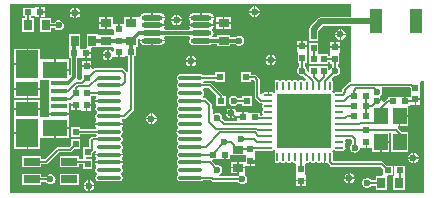
<source format=gtl>
%FSAX44Y44*%
%MOMM*%
G71*
G01*
G75*
G04 Layer_Physical_Order=1*
G04 Layer_Color=255*
%ADD10R,0.6000X0.5000*%
%ADD11R,0.5000X0.6000*%
%ADD12R,2.1000X1.4750*%
%ADD13R,1.3800X0.4500*%
%ADD14R,1.9000X1.1750*%
%ADD15R,1.9000X2.3750*%
%ADD16R,0.7000X0.9000*%
%ADD17R,0.9000X0.7000*%
%ADD18O,1.8000X0.4500*%
%ADD19O,2.1000X0.3500*%
%ADD20R,0.6000X0.6000*%
%ADD21R,1.1500X1.4000*%
%ADD22R,1.0000X2.0000*%
%ADD23R,1.4000X0.7000*%
%ADD24O,0.8000X0.2000*%
%ADD25O,0.2000X0.8000*%
%ADD26R,4.6000X4.6000*%
%ADD27C,0.2000*%
%ADD28C,0.3000*%
%ADD29C,0.5000*%
%ADD30C,0.6000*%
G36*
X00542500Y00414000D02*
X00542500Y00414000D01*
X00542500Y00414000D01*
Y00403283D01*
X00517251D01*
X00516272Y00403154D01*
X00516004Y00403044D01*
X00515359Y00402776D01*
X00514576Y00402175D01*
X00508075Y00395675D01*
X00507474Y00394891D01*
X00507207Y00394246D01*
X00507096Y00393979D01*
X00506968Y00393000D01*
Y00387250D01*
X00507000Y00387004D01*
Y00383000D01*
X00514500D01*
Y00387004D01*
X00514532Y00387250D01*
Y00391433D01*
X00518817Y00395718D01*
X00542500D01*
Y00349355D01*
X00542500Y00349355D01*
X00542500D01*
X00542500Y00349000D01*
X00541794Y00348294D01*
X00541500D01*
X00540768Y00348148D01*
X00540622Y00348119D01*
X00539878Y00347622D01*
X00535628Y00343372D01*
X00535131Y00342628D01*
X00534956Y00341750D01*
Y00340450D01*
X00534300Y00339794D01*
X00529500D01*
X00528622Y00339619D01*
X00527878Y00339122D01*
X00527878Y00339122D01*
Y00339122D01*
X00527781Y00338978D01*
X00527000Y00339500D01*
X00526478Y00340281D01*
X00526622Y00340378D01*
X00526622D01*
X00526622Y00340378D01*
X00527119Y00341122D01*
X00527294Y00342000D01*
Y00348000D01*
X00527119Y00348878D01*
X00526622Y00349622D01*
X00526103Y00349969D01*
X00526019Y00350827D01*
X00526192Y00351697D01*
X00528079Y00353585D01*
X00529000Y00353463D01*
X00530109Y00353609D01*
X00531143Y00354038D01*
X00532031Y00354719D01*
X00532712Y00355607D01*
X00533141Y00356641D01*
X00533287Y00357750D01*
X00533141Y00358859D01*
X00532712Y00359893D01*
X00532031Y00360781D01*
X00531143Y00361462D01*
X00531044Y00361503D01*
Y00363500D01*
X00532500D01*
Y00372000D01*
X00532500D01*
Y00373000D01*
X00532750Y00373250D01*
X00532750D01*
Y00377000D01*
X00524750D01*
Y00373250D01*
X00525000D01*
Y00372000D01*
X00525000D01*
Y00370044D01*
X00523250D01*
Y00372000D01*
X00515750D01*
Y00372000D01*
X00515561D01*
X00514500Y00373061D01*
Y00381500D01*
X00507000D01*
Y00373000D01*
X00507000D01*
X00507000Y00372000D01*
X00507000D01*
Y00363500D01*
X00514500D01*
Y00363500D01*
X00515750Y00363500D01*
Y00363500D01*
X00523250D01*
Y00365456D01*
X00525000D01*
Y00363500D01*
X00526456D01*
Y00361155D01*
X00525969Y00360781D01*
X00525288Y00359893D01*
X00524859Y00358859D01*
X00524747Y00358004D01*
X00523250Y00358102D01*
Y00362000D01*
X00515750D01*
Y00362000D01*
X00514845Y00362000D01*
X00514500D01*
Y00362000D01*
X00514500D01*
X00514500D01*
X00507000D01*
Y00356954D01*
X00506463Y00356732D01*
X00505273Y00357645D01*
X00505287Y00357750D01*
X00505141Y00358859D01*
X00504712Y00359893D01*
X00504031Y00360781D01*
X00503294Y00361347D01*
Y00364250D01*
X00504750D01*
Y00372750D01*
X00504750D01*
Y00373750D01*
X00505000Y00374000D01*
X00505000D01*
Y00377750D01*
X00497000D01*
Y00374000D01*
X00497250D01*
Y00372750D01*
X00497250D01*
Y00364250D01*
X00498706D01*
Y00361347D01*
X00497969Y00360781D01*
X00497288Y00359893D01*
X00496859Y00358859D01*
X00496713Y00357750D01*
X00496859Y00356641D01*
X00497288Y00355607D01*
X00497969Y00354719D01*
X00498857Y00354038D01*
X00499891Y00353609D01*
X00501000Y00353463D01*
X00501921Y00353585D01*
X00503808Y00351698D01*
X00503981Y00350827D01*
X00503897Y00349969D01*
X00503378Y00349622D01*
X00503250Y00349431D01*
X00501750D01*
X00501622Y00349622D01*
X00500878Y00350120D01*
X00500000Y00350294D01*
X00499122Y00350120D01*
X00498378Y00349622D01*
X00498250Y00349431D01*
X00496750D01*
X00496622Y00349622D01*
X00495878Y00350120D01*
X00495000Y00350294D01*
X00494122Y00350120D01*
X00493378Y00349622D01*
X00493250Y00349431D01*
X00491750D01*
X00491622Y00349622D01*
X00490878Y00350120D01*
X00490000Y00350294D01*
X00489122Y00350120D01*
X00488378Y00349622D01*
X00488250Y00349431D01*
X00486750D01*
X00486622Y00349622D01*
X00485878Y00350120D01*
X00485000Y00350294D01*
X00484122Y00350120D01*
X00483378Y00349622D01*
X00483250Y00349431D01*
X00481750D01*
X00481622Y00349622D01*
X00480878Y00350120D01*
X00480000Y00350294D01*
X00479122Y00350120D01*
X00478378Y00349622D01*
X00477881Y00348878D01*
X00477706Y00348000D01*
Y00342000D01*
X00477881Y00341122D01*
X00478378Y00340378D01*
X00478378Y00340378D01*
X00478378D01*
X00478000Y00339500D01*
X00478000D01*
X00477302Y00339302D01*
D01*
X00476475Y00339855D01*
X00475500Y00340049D01*
X00473250D01*
Y00337500D01*
X00471750D01*
Y00340049D01*
X00469500D01*
X00468525Y00339855D01*
X00467698Y00339302D01*
X00467145Y00338475D01*
X00467037Y00337932D01*
X00465544Y00338078D01*
Y00349750D01*
X00465398Y00350482D01*
X00465369Y00350628D01*
X00464872Y00351372D01*
X00462372Y00353872D01*
X00461628Y00354370D01*
X00460750Y00354544D01*
X00458000D01*
Y00356500D01*
X00449500D01*
Y00348000D01*
X00458000D01*
Y00349956D01*
X00459800D01*
X00460956Y00348800D01*
Y00335250D01*
X00461130Y00334372D01*
X00461628Y00333628D01*
X00464378Y00330878D01*
X00465122Y00330381D01*
X00466000Y00330206D01*
X00467011D01*
X00467718Y00328883D01*
X00467380Y00328378D01*
X00467206Y00327500D01*
X00467380Y00326622D01*
X00467878Y00325878D01*
X00468069Y00325750D01*
Y00324250D01*
X00467878Y00324122D01*
X00467380Y00323378D01*
X00467206Y00322500D01*
X00467380Y00321622D01*
X00467718Y00321117D01*
X00467011Y00319794D01*
X00465000D01*
Y00322250D01*
X00456500D01*
Y00322250D01*
X00455500D01*
X00455250Y00322500D01*
Y00322500D01*
X00451500D01*
Y00318500D01*
X00450000D01*
Y00322500D01*
X00446250D01*
Y00322500D01*
X00445440D01*
X00445384Y00322925D01*
X00444931Y00324019D01*
X00444209Y00324959D01*
X00443269Y00325681D01*
X00442175Y00326134D01*
X00441750Y00326190D01*
Y00321750D01*
Y00317310D01*
X00442175Y00317366D01*
X00443269Y00317819D01*
X00444209Y00318541D01*
X00444830Y00319349D01*
X00446250Y00318867D01*
Y00314794D01*
X00435700D01*
X00433415Y00317079D01*
X00433537Y00318000D01*
X00433391Y00319109D01*
X00432962Y00320143D01*
X00432281Y00321031D01*
X00431393Y00321712D01*
X00430359Y00322141D01*
X00429250Y00322287D01*
X00428140Y00322141D01*
X00427107Y00321712D01*
X00426546Y00321282D01*
X00425182Y00321906D01*
X00424794Y00328500D01*
X00424794Y00328500D01*
X00424794D01*
X00424619Y00329378D01*
X00424122Y00330122D01*
X00420372Y00333872D01*
X00419628Y00334370D01*
X00418750Y00334544D01*
X00417188D01*
X00416920Y00334750D01*
Y00336250D01*
X00417390Y00336610D01*
X00417870Y00337237D01*
X00418173Y00337967D01*
X00418276Y00338750D01*
X00418173Y00339533D01*
X00417870Y00340263D01*
X00417390Y00340890D01*
X00416920Y00341250D01*
Y00341895D01*
X00417981Y00342956D01*
X00421800D01*
X00427825Y00336931D01*
X00427750Y00336750D01*
X00427750D01*
X00427750Y00336750D01*
Y00328250D01*
X00436250D01*
Y00336750D01*
X00434145D01*
X00434119Y00336878D01*
X00433622Y00337622D01*
X00424372Y00346872D01*
X00423628Y00347369D01*
X00422750Y00347544D01*
X00417188D01*
X00416920Y00347750D01*
Y00348395D01*
X00417981Y00349456D01*
X00427500D01*
Y00348000D01*
X00436000D01*
Y00356500D01*
X00427500D01*
Y00354044D01*
X00417188D01*
X00416763Y00354370D01*
X00416033Y00354673D01*
X00415250Y00354776D01*
X00397750D01*
X00396967Y00354673D01*
X00396237Y00354370D01*
X00395610Y00353890D01*
X00395130Y00353263D01*
X00394827Y00352533D01*
X00394724Y00351750D01*
X00394827Y00350967D01*
X00395130Y00350237D01*
X00395610Y00349610D01*
X00396080Y00349250D01*
Y00347750D01*
X00395610Y00347390D01*
X00395130Y00346763D01*
X00394827Y00346033D01*
X00394724Y00345250D01*
X00394827Y00344467D01*
X00395130Y00343737D01*
X00395610Y00343110D01*
X00396080Y00342750D01*
X00396080Y00341250D01*
X00395610Y00340890D01*
X00395130Y00340263D01*
X00394827Y00339533D01*
X00394724Y00338750D01*
X00394827Y00337967D01*
X00395130Y00337237D01*
X00395610Y00336610D01*
X00396080Y00336250D01*
Y00334750D01*
X00395610Y00334390D01*
X00395130Y00333763D01*
X00394827Y00333033D01*
X00394724Y00332250D01*
X00394827Y00331467D01*
X00395130Y00330737D01*
X00395610Y00330110D01*
X00396080Y00329750D01*
X00396080Y00328250D01*
X00395610Y00327890D01*
X00395130Y00327263D01*
X00394827Y00326533D01*
X00394724Y00325750D01*
X00394827Y00324967D01*
X00395130Y00324237D01*
X00395610Y00323610D01*
X00396080Y00323250D01*
Y00321750D01*
X00395610Y00321390D01*
X00395130Y00320763D01*
X00394827Y00320033D01*
X00394724Y00319250D01*
X00394827Y00318467D01*
X00395130Y00317737D01*
X00395610Y00317110D01*
X00396080Y00316750D01*
X00396080Y00315250D01*
X00395610Y00314890D01*
X00395130Y00314263D01*
X00394827Y00313533D01*
X00394724Y00312750D01*
X00394827Y00311967D01*
X00395130Y00311237D01*
X00395610Y00310610D01*
X00395875Y00310408D01*
X00395875Y00308908D01*
X00395432Y00308568D01*
X00394911Y00307889D01*
X00394584Y00307098D01*
X00394571Y00307000D01*
X00406500D01*
Y00305500D01*
X00394571D01*
X00394584Y00305402D01*
X00394911Y00304611D01*
X00395432Y00303932D01*
X00395875Y00303592D01*
Y00302092D01*
X00395610Y00301890D01*
X00395130Y00301263D01*
X00394827Y00300533D01*
X00394724Y00299750D01*
X00394827Y00298967D01*
X00395130Y00298237D01*
X00395610Y00297610D01*
X00396080Y00297250D01*
Y00295750D01*
X00395610Y00295390D01*
X00395130Y00294763D01*
X00394827Y00294033D01*
X00394724Y00293250D01*
X00394827Y00292467D01*
X00395130Y00291737D01*
X00395610Y00291110D01*
X00396080Y00290750D01*
X00396080Y00289250D01*
X00395610Y00288890D01*
X00395130Y00288263D01*
X00394827Y00287533D01*
X00394724Y00286750D01*
X00394827Y00285967D01*
X00395130Y00285237D01*
X00395610Y00284610D01*
X00396080Y00284250D01*
Y00282750D01*
X00395610Y00282390D01*
X00395130Y00281763D01*
X00394827Y00281033D01*
X00394724Y00280250D01*
X00394827Y00279467D01*
X00395130Y00278737D01*
X00395610Y00278110D01*
X00396080Y00277750D01*
X00396080Y00276250D01*
X00395610Y00275890D01*
X00395130Y00275263D01*
X00394827Y00274533D01*
X00394724Y00273750D01*
X00394827Y00272967D01*
X00395130Y00272237D01*
X00395610Y00271610D01*
X00396080Y00271250D01*
Y00269750D01*
X00395610Y00269390D01*
X00395130Y00268763D01*
X00394827Y00268033D01*
X00394724Y00267250D01*
X00394827Y00266467D01*
X00395130Y00265737D01*
X00395610Y00265110D01*
X00396237Y00264629D01*
X00396967Y00264327D01*
X00397750Y00264224D01*
X00415250D01*
X00416033Y00264327D01*
X00416763Y00264629D01*
X00417188Y00264956D01*
X00423800D01*
X00424378Y00264378D01*
X00425122Y00263881D01*
X00426000Y00263706D01*
X00446903D01*
X00447469Y00262969D01*
X00448357Y00262288D01*
X00449390Y00261859D01*
X00450500Y00261713D01*
X00451609Y00261859D01*
X00452643Y00262288D01*
X00453531Y00262969D01*
X00454212Y00263857D01*
X00454641Y00264890D01*
X00454787Y00266000D01*
X00454641Y00267110D01*
X00454212Y00268143D01*
X00453531Y00269031D01*
X00452643Y00269712D01*
X00452482Y00270102D01*
X00452750Y00270750D01*
X00452750Y00272894D01*
X00452750Y00272894D01*
X00452750D01*
Y00275000D01*
X00447500D01*
Y00270384D01*
X00447858Y00269330D01*
X00447469Y00269031D01*
X00446903Y00268294D01*
X00431028D01*
X00430736Y00269765D01*
X00431393Y00270038D01*
X00432281Y00270719D01*
X00432962Y00271607D01*
X00433391Y00272640D01*
X00433537Y00273750D01*
X00433391Y00274860D01*
X00432962Y00275893D01*
X00432281Y00276781D01*
X00431393Y00277462D01*
X00430359Y00277891D01*
X00429250Y00278037D01*
X00428329Y00277915D01*
X00424630Y00281614D01*
X00425204Y00283000D01*
X00430000D01*
Y00283000D01*
X00431000D01*
X00431250Y00282750D01*
Y00282750D01*
X00435000D01*
Y00286750D01*
X00436500D01*
Y00282750D01*
X00440250D01*
Y00286000D01*
X00441000D01*
Y00286000D01*
X00452500D01*
Y00286000D01*
X00453250D01*
Y00285750D01*
D01*
D01*
Y00285750D01*
X00453250D01*
Y00281250D01*
X00452750Y00280750D01*
X00452189Y00280750D01*
X00452189Y00280750D01*
Y00280750D01*
X00447500D01*
Y00276500D01*
X00452750D01*
Y00276750D01*
X00452750D01*
X00453250D01*
X00453811Y00276750D01*
X00453811Y00276750D01*
Y00276750D01*
X00456500D01*
Y00281250D01*
X00457250D01*
Y00282000D01*
X00461250D01*
Y00285750D01*
X00461000D01*
Y00287000D01*
X00461000D01*
Y00290206D01*
X00475500D01*
X00476378Y00290381D01*
X00477122Y00290878D01*
X00477122Y00290878D01*
Y00290878D01*
X00477219Y00291022D01*
X00478000Y00290500D01*
X00478522Y00289719D01*
X00478378Y00289622D01*
X00478378D01*
X00478378Y00289622D01*
X00477881Y00288878D01*
X00477706Y00288000D01*
Y00282000D01*
X00477881Y00281122D01*
X00478378Y00280378D01*
X00479122Y00279881D01*
X00480000Y00279706D01*
X00480878Y00279881D01*
X00481622Y00280378D01*
X00481750Y00280569D01*
X00483250D01*
X00483378Y00280378D01*
X00484122Y00279881D01*
X00485000Y00279706D01*
X00485878Y00279881D01*
X00486622Y00280378D01*
X00486750Y00280569D01*
X00488250D01*
X00488378Y00280378D01*
X00489122Y00279881D01*
X00490000Y00279706D01*
X00490878Y00279881D01*
X00491622Y00280378D01*
X00491750Y00280569D01*
X00493250D01*
X00493378Y00280378D01*
X00494122Y00279881D01*
X00495000Y00279706D01*
X00495090Y00279724D01*
X00496250Y00278772D01*
Y00270500D01*
X00496250D01*
Y00269500D01*
X00496000Y00269250D01*
X00496000D01*
Y00265500D01*
X00504000D01*
Y00269250D01*
X00503750D01*
Y00270500D01*
X00503750D01*
Y00278772D01*
X00504910Y00279724D01*
X00505000Y00279706D01*
X00505878Y00279881D01*
X00506622Y00280378D01*
X00506750Y00280569D01*
X00508250D01*
X00508378Y00280378D01*
X00509122Y00279881D01*
X00510000Y00279706D01*
X00510878Y00279881D01*
X00511622Y00280378D01*
X00511750Y00280569D01*
X00513250D01*
X00513378Y00280378D01*
X00514122Y00279881D01*
X00515000Y00279706D01*
X00515878Y00279881D01*
X00516622Y00280378D01*
X00516622Y00280378D01*
Y00280378D01*
X00517645Y00281025D01*
X00517645Y00281024D01*
X00518198Y00280198D01*
X00519025Y00279645D01*
X00519250Y00279600D01*
Y00285000D01*
X00520750D01*
Y00279600D01*
X00520975Y00279645D01*
X00521487Y00279987D01*
X00522873Y00279413D01*
X00522881Y00279372D01*
X00523378Y00278628D01*
X00524878Y00277128D01*
X00525622Y00276630D01*
X00526500Y00276456D01*
X00567300D01*
X00569250Y00274506D01*
Y00269750D01*
X00569250D01*
Y00269561D01*
X00568189Y00268500D01*
X00563250D01*
Y00265044D01*
X00559597D01*
X00559031Y00265781D01*
X00558143Y00266462D01*
X00557109Y00266891D01*
X00556000Y00267037D01*
X00554891Y00266891D01*
X00553857Y00266462D01*
X00552969Y00265781D01*
X00552288Y00264893D01*
X00551859Y00263860D01*
X00551713Y00262750D01*
X00551859Y00261640D01*
X00552288Y00260607D01*
X00552969Y00259719D01*
X00553857Y00259038D01*
X00554891Y00258609D01*
X00556000Y00258463D01*
X00557109Y00258609D01*
X00558143Y00259038D01*
X00559031Y00259719D01*
X00559597Y00260456D01*
X00563250D01*
Y00257000D01*
X00572750D01*
Y00268500D01*
X00572750D01*
Y00268689D01*
X00573811Y00269750D01*
X00577750D01*
Y00277250D01*
X00572994D01*
X00569872Y00280372D01*
X00569128Y00280869D01*
X00568250Y00281044D01*
X00527450D01*
X00527294Y00281200D01*
Y00285000D01*
X00527294Y00285000D01*
Y00288000D01*
X00527119Y00288878D01*
X00526622Y00289622D01*
X00526622Y00289622D01*
X00526622D01*
X00526478Y00289719D01*
X00527000Y00290500D01*
X00527781Y00291022D01*
X00527878Y00290878D01*
Y00290878D01*
X00527878Y00290878D01*
X00528622Y00290381D01*
X00529500Y00290206D01*
X00535500D01*
X00536378Y00290381D01*
X00537122Y00290878D01*
X00537619Y00291622D01*
X00537794Y00292500D01*
X00537619Y00293378D01*
X00537122Y00294122D01*
X00536931Y00294250D01*
Y00295750D01*
X00537122Y00295878D01*
X00537619Y00296622D01*
X00537794Y00297500D01*
X00537619Y00298378D01*
X00537282Y00298883D01*
X00537989Y00300206D01*
X00542550D01*
X00543456Y00299300D01*
Y00296347D01*
X00542719Y00295781D01*
X00542038Y00294893D01*
X00541609Y00293860D01*
X00541463Y00292750D01*
X00541609Y00291640D01*
X00542038Y00290607D01*
X00542719Y00289719D01*
X00543607Y00289038D01*
X00544641Y00288609D01*
X00545750Y00288463D01*
X00546860Y00288609D01*
X00547893Y00289038D01*
X00548781Y00289719D01*
X00549462Y00290607D01*
X00549891Y00291640D01*
X00550037Y00292750D01*
X00551500Y00292750D01*
X00551500Y00292750D01*
X00551500Y00292750D01*
X00554750D01*
Y00297250D01*
X00556250D01*
Y00292750D01*
X00559189D01*
X00559189Y00292750D01*
Y00292750D01*
X00559500Y00292750D01*
X00560250Y00292000D01*
Y00288750D01*
X00566750D01*
Y00297250D01*
X00567500D01*
Y00298000D01*
X00574750D01*
Y00305206D01*
X00576500D01*
Y00289000D01*
X00590500D01*
Y00305500D01*
X00585538D01*
X00585122Y00306122D01*
X00582122Y00309122D01*
X00581834Y00309315D01*
X00582270Y00310750D01*
X00582750D01*
Y00319250D01*
X00583500D01*
Y00320000D01*
X00590750D01*
Y00326689D01*
X00590750Y00326689D01*
X00590750D01*
X00590750Y00327750D01*
X00590750Y00327750D01*
X00592750D01*
Y00329000D01*
X00592750D01*
X00593000D01*
X00593811Y00329000D01*
X00593811Y00329000D01*
Y00329000D01*
X00596250D01*
Y00333500D01*
X00597000D01*
Y00334250D01*
X00601000D01*
Y00338000D01*
X00600750D01*
Y00339250D01*
X00600750D01*
Y00347750D01*
X00600750D01*
Y00347939D01*
X00601811Y00349000D01*
X00604000D01*
Y00254000D01*
X00254000D01*
Y00414000D01*
X00542500D01*
Y00414000D01*
D02*
G37*
G36*
X00593250Y00342756D02*
Y00339250D01*
X00593250D01*
Y00338250D01*
X00593000Y00338000D01*
X00593000D01*
Y00336000D01*
X00592750Y00335750D01*
X00591939Y00335750D01*
X00591939Y00335750D01*
Y00335750D01*
X00589000D01*
Y00331750D01*
X00587500D01*
Y00335750D01*
X00583750D01*
Y00335500D01*
X00582500D01*
Y00335500D01*
X00574000D01*
Y00334044D01*
X00573500D01*
X00572622Y00333869D01*
X00571878Y00333372D01*
X00570159Y00331653D01*
X00568738Y00332135D01*
X00568634Y00332925D01*
X00568181Y00334019D01*
X00567459Y00334959D01*
X00567436Y00334977D01*
X00567288Y00335334D01*
Y00336591D01*
X00567781Y00336969D01*
X00568462Y00337857D01*
X00568891Y00338890D01*
X00569037Y00340000D01*
X00568891Y00341110D01*
X00568462Y00342143D01*
X00568296Y00342361D01*
X00568959Y00343706D01*
X00592300D01*
X00593250Y00342756D01*
D02*
G37*
%LPC*%
G36*
X00372750Y00321690D02*
X00372325Y00321634D01*
X00371231Y00321181D01*
X00370290Y00320459D01*
X00369569Y00319519D01*
X00369116Y00318425D01*
X00369060Y00318000D01*
X00372750D01*
Y00321690D01*
D02*
G37*
G36*
X00374250D02*
Y00318000D01*
X00377940D01*
X00377884Y00318425D01*
X00377431Y00319519D01*
X00376709Y00320459D01*
X00375769Y00321181D01*
X00374675Y00321634D01*
X00374250Y00321690D01*
D02*
G37*
G36*
X00322500Y00327750D02*
X00319250D01*
Y00324000D01*
X00322500D01*
Y00327750D01*
D02*
G37*
G36*
X00440250Y00326190D02*
X00439825Y00326134D01*
X00438731Y00325681D01*
X00437791Y00324959D01*
X00437069Y00324019D01*
X00436616Y00322925D01*
X00436560Y00322500D01*
X00440250D01*
Y00326190D01*
D02*
G37*
G36*
X00279500Y00324875D02*
X00257500D01*
Y00319311D01*
D01*
D01*
D01*
X00257500Y00319311D01*
X00257500D01*
X00257500Y00318250D01*
D01*
D01*
D01*
D01*
Y00318250D01*
X00257500Y00317189D01*
X00257500Y00317189D01*
X00257500D01*
D01*
D01*
D01*
Y00305625D01*
X00268500D01*
Y00304875D01*
X00269250D01*
Y00291500D01*
X00279500D01*
Y00300500D01*
X00279500Y00300500D01*
X00280561Y00300500D01*
X00280561Y00300500D01*
Y00300500D01*
X00290750D01*
Y00309375D01*
X00291500D01*
Y00310125D01*
X00303500D01*
Y00318250D01*
X00303500D01*
Y00320250D01*
X00286700D01*
Y00319311D01*
X00285639Y00318250D01*
X00279500Y00318250D01*
X00279500Y00319311D01*
X00279500Y00319311D01*
X00279500D01*
Y00324875D01*
D02*
G37*
G36*
X00440250Y00321000D02*
X00436560D01*
X00436616Y00320575D01*
X00437069Y00319481D01*
X00437791Y00318541D01*
X00438731Y00317819D01*
X00439825Y00317366D01*
X00440250Y00317310D01*
Y00321000D01*
D02*
G37*
G36*
X00349429Y00312000D02*
X00325571D01*
X00325584Y00311902D01*
X00325911Y00311111D01*
X00326432Y00310432D01*
X00326875Y00310092D01*
Y00309473D01*
X00326559Y00308544D01*
X00313000D01*
Y00309750D01*
X00305500D01*
Y00301250D01*
X00313000D01*
Y00303956D01*
X00326812D01*
X00327080Y00303750D01*
Y00303105D01*
X00326019Y00302044D01*
X00323750D01*
X00322872Y00301870D01*
X00322128Y00301372D01*
X00321128Y00300372D01*
X00320630Y00299628D01*
X00320456Y00298750D01*
Y00293000D01*
X00315750D01*
Y00284500D01*
X00315750D01*
Y00284105D01*
X00314689Y00283044D01*
X00312250D01*
Y00285500D01*
X00295750D01*
Y00276000D01*
X00312250D01*
Y00278456D01*
X00315750D01*
Y00274500D01*
X00323250D01*
Y00283000D01*
X00318801D01*
X00317794Y00284111D01*
X00317832Y00284500D01*
X00323250D01*
Y00287756D01*
X00324372Y00288878D01*
X00324704Y00289375D01*
X00324869Y00289622D01*
X00325044Y00290500D01*
Y00290818D01*
X00325655Y00291026D01*
X00326875Y00290152D01*
Y00289408D01*
X00326432Y00289068D01*
X00325911Y00288389D01*
X00325584Y00287598D01*
X00325571Y00287500D01*
X00349429D01*
X00349416Y00287598D01*
X00349089Y00288389D01*
X00348568Y00289068D01*
X00348125Y00289408D01*
Y00290908D01*
X00348390Y00291110D01*
X00348871Y00291737D01*
X00349173Y00292467D01*
X00349276Y00293250D01*
X00349173Y00294033D01*
X00348871Y00294763D01*
X00348390Y00295390D01*
X00347920Y00295750D01*
Y00297250D01*
X00348390Y00297610D01*
X00348871Y00298237D01*
X00349173Y00298967D01*
X00349276Y00299750D01*
X00349173Y00300533D01*
X00348871Y00301263D01*
X00348390Y00301890D01*
X00347920Y00302250D01*
X00347920Y00303750D01*
X00348390Y00304110D01*
X00348871Y00304737D01*
X00349173Y00305467D01*
X00349276Y00306250D01*
X00349173Y00307033D01*
X00348871Y00307763D01*
X00348390Y00308390D01*
X00348125Y00308592D01*
X00348125Y00310092D01*
X00348568Y00310432D01*
X00349089Y00311111D01*
X00349416Y00311902D01*
X00349429Y00312000D01*
D02*
G37*
G36*
X00303500Y00308625D02*
X00292250D01*
Y00300500D01*
X00303500D01*
Y00308625D01*
D02*
G37*
G36*
X00590750Y00318500D02*
X00584250D01*
Y00310750D01*
X00590750D01*
Y00318500D01*
D02*
G37*
G36*
X00377940Y00316500D02*
X00374250D01*
Y00312810D01*
X00374675Y00312866D01*
X00375769Y00313319D01*
X00376709Y00314041D01*
X00377431Y00314981D01*
X00377884Y00316075D01*
X00377940Y00316500D01*
D02*
G37*
G36*
X00372750D02*
X00369060D01*
X00369116Y00316075D01*
X00369569Y00314981D01*
X00370290Y00314041D01*
X00371231Y00313319D01*
X00372325Y00312866D01*
X00372750Y00312810D01*
Y00316500D01*
D02*
G37*
G36*
X00303500Y00367500D02*
X00292250D01*
Y00359375D01*
X00303500D01*
Y00367500D01*
D02*
G37*
G36*
X00267750Y00341625D02*
X00257500D01*
Y00335000D01*
X00267750D01*
Y00341625D01*
D02*
G37*
G36*
X00406250Y00365250D02*
X00402560D01*
X00402616Y00364825D01*
X00403069Y00363731D01*
X00403791Y00362791D01*
X00404731Y00362069D01*
X00405825Y00361616D01*
X00406250Y00361560D01*
Y00365250D01*
D02*
G37*
G36*
X00473750Y00366000D02*
X00470060D01*
X00470116Y00365575D01*
X00470569Y00364481D01*
X00471291Y00363540D01*
X00472231Y00362819D01*
X00473325Y00362366D01*
X00473750Y00362310D01*
Y00366000D01*
D02*
G37*
G36*
X00411440Y00365250D02*
X00407750D01*
Y00361560D01*
X00408175Y00361616D01*
X00409269Y00362069D01*
X00410209Y00362791D01*
X00410931Y00363731D01*
X00411384Y00364825D01*
X00411440Y00365250D01*
D02*
G37*
G36*
X00279500Y00341625D02*
X00269250D01*
Y00335000D01*
X00279500D01*
Y00335000D01*
Y00341625D01*
D02*
G37*
G36*
X00267750Y00333000D02*
X00257500D01*
Y00326375D01*
X00267750D01*
Y00333000D01*
D02*
G37*
G36*
X00309000Y00328250D02*
X00305437D01*
X00305750Y00326678D01*
Y00324500D01*
X00309000D01*
Y00328250D01*
D02*
G37*
G36*
X00279500Y00333000D02*
X00269250D01*
Y00326375D01*
X00279500D01*
Y00333000D01*
D02*
G37*
G36*
X00458250Y00336750D02*
X00449750D01*
Y00334544D01*
X00446597D01*
X00446031Y00335281D01*
X00445143Y00335962D01*
X00444109Y00336391D01*
X00443000Y00336537D01*
X00441890Y00336391D01*
X00440857Y00335962D01*
X00439969Y00335281D01*
X00439288Y00334393D01*
X00438859Y00333359D01*
X00438713Y00332250D01*
X00438859Y00331141D01*
X00439288Y00330107D01*
X00439969Y00329219D01*
X00440857Y00328538D01*
X00441890Y00328109D01*
X00443000Y00327963D01*
X00444109Y00328109D01*
X00445143Y00328538D01*
X00446031Y00329219D01*
X00446597Y00329956D01*
X00449750D01*
Y00328250D01*
X00458250D01*
Y00336750D01*
D02*
G37*
G36*
X00601000Y00332750D02*
X00597750D01*
Y00329000D01*
X00601000D01*
Y00332750D01*
D02*
G37*
G36*
X00267750Y00304125D02*
X00257500D01*
Y00291500D01*
X00267750D01*
Y00304125D01*
D02*
G37*
G36*
X00280250Y00270500D02*
X00263750D01*
Y00261000D01*
X00280250D01*
Y00263456D01*
X00284595D01*
X00284969Y00262969D01*
X00285857Y00262288D01*
X00286891Y00261859D01*
X00288000Y00261713D01*
X00289109Y00261859D01*
X00290143Y00262288D01*
X00291031Y00262969D01*
X00291712Y00263857D01*
X00292141Y00264890D01*
X00292287Y00266000D01*
X00292141Y00267110D01*
X00291712Y00268143D01*
X00291031Y00269031D01*
X00290143Y00269712D01*
X00289109Y00270141D01*
X00288000Y00270287D01*
X00286891Y00270141D01*
X00285857Y00269712D01*
X00284969Y00269031D01*
X00284288Y00268143D01*
X00284247Y00268044D01*
X00280250D01*
Y00270500D01*
D02*
G37*
G36*
X00321250Y00264940D02*
Y00261250D01*
X00324940D01*
X00324884Y00261675D01*
X00324431Y00262769D01*
X00323709Y00263710D01*
X00322769Y00264431D01*
X00321675Y00264884D01*
X00321250Y00264940D01*
D02*
G37*
G36*
X00319750D02*
X00319325Y00264884D01*
X00318231Y00264431D01*
X00317291Y00263710D01*
X00316569Y00262769D01*
X00316116Y00261675D01*
X00316060Y00261250D01*
X00319750D01*
Y00264940D01*
D02*
G37*
G36*
X00349429Y00279500D02*
X00325571D01*
X00325584Y00279402D01*
X00325911Y00278611D01*
X00326432Y00277932D01*
X00326875Y00277593D01*
Y00276092D01*
X00326610Y00275890D01*
X00326129Y00275263D01*
X00325827Y00274533D01*
X00325724Y00273750D01*
X00325827Y00272967D01*
X00326129Y00272237D01*
X00326610Y00271610D01*
X00327080Y00271250D01*
Y00269750D01*
X00326610Y00269390D01*
X00326129Y00268763D01*
X00325827Y00268033D01*
X00325724Y00267250D01*
X00325827Y00266467D01*
X00326129Y00265737D01*
X00326610Y00265110D01*
X00327237Y00264629D01*
X00327967Y00264327D01*
X00328750Y00264224D01*
X00346250D01*
X00347033Y00264327D01*
X00347763Y00264629D01*
X00348390Y00265110D01*
X00348871Y00265737D01*
X00349173Y00266467D01*
X00349276Y00267250D01*
X00349173Y00268033D01*
X00348871Y00268763D01*
X00348390Y00269390D01*
X00347920Y00269750D01*
Y00271250D01*
X00348390Y00271610D01*
X00348871Y00272237D01*
X00349173Y00272967D01*
X00349276Y00273750D01*
X00349173Y00274533D01*
X00348871Y00275263D01*
X00348390Y00275890D01*
X00348125Y00276092D01*
Y00277593D01*
X00348568Y00277932D01*
X00349089Y00278611D01*
X00349416Y00279402D01*
X00349429Y00279500D01*
D02*
G37*
G36*
X00545440Y00266000D02*
X00541750D01*
Y00262310D01*
X00542175Y00262366D01*
X00543269Y00262819D01*
X00544210Y00263541D01*
X00544931Y00264481D01*
X00545384Y00265575D01*
X00545440Y00266000D01*
D02*
G37*
G36*
X00540250D02*
X00536560D01*
X00536616Y00265575D01*
X00537069Y00264481D01*
X00537791Y00263541D01*
X00538731Y00262819D01*
X00539825Y00262366D01*
X00540250Y00262310D01*
Y00266000D01*
D02*
G37*
G36*
X00587750Y00277250D02*
X00579250D01*
Y00269750D01*
X00579250D01*
Y00269500D01*
X00578250Y00268500D01*
X00578250D01*
Y00257000D01*
X00587750D01*
Y00268500D01*
X00587750D01*
Y00269750D01*
X00587750Y00269750D01*
Y00269750D01*
Y00277250D01*
D02*
G37*
G36*
X00324940Y00259750D02*
X00321250D01*
Y00256060D01*
X00321675Y00256116D01*
X00322769Y00256569D01*
X00323709Y00257291D01*
X00324431Y00258231D01*
X00324884Y00259325D01*
X00324940Y00259750D01*
D02*
G37*
G36*
X00319750D02*
X00316060D01*
X00316116Y00259325D01*
X00316569Y00258231D01*
X00317291Y00257291D01*
X00318231Y00256569D01*
X00319325Y00256116D01*
X00319750Y00256060D01*
Y00259750D01*
D02*
G37*
G36*
X00312250Y00270500D02*
X00295750D01*
Y00261000D01*
X00312250D01*
Y00270500D01*
D02*
G37*
G36*
X00504000Y00264000D02*
X00500750D01*
Y00260250D01*
X00504000D01*
Y00264000D01*
D02*
G37*
G36*
X00499250D02*
X00496000D01*
Y00260250D01*
X00499250D01*
Y00264000D01*
D02*
G37*
G36*
X00313000Y00299750D02*
X00305500D01*
Y00294994D01*
X00303800Y00293294D01*
X00294250D01*
X00293372Y00293120D01*
X00292628Y00292622D01*
X00283050Y00283044D01*
X00280250D01*
Y00285500D01*
X00263750D01*
Y00276000D01*
X00280250D01*
Y00278456D01*
X00284000D01*
X00284878Y00278631D01*
X00285622Y00279128D01*
X00295200Y00288706D01*
X00304750D01*
X00305628Y00288881D01*
X00306372Y00289378D01*
X00308244Y00291250D01*
X00313000D01*
Y00299750D01*
D02*
G37*
G36*
X00349429Y00286000D02*
X00325571D01*
X00325584Y00285902D01*
X00325911Y00285111D01*
X00326432Y00284432D01*
X00326669Y00284250D01*
Y00282750D01*
X00326432Y00282568D01*
X00325911Y00281889D01*
X00325584Y00281098D01*
X00325571Y00281000D01*
X00349429D01*
X00349416Y00281098D01*
X00349089Y00281889D01*
X00348568Y00282568D01*
X00348331Y00282750D01*
Y00284250D01*
X00348568Y00284432D01*
X00349089Y00285111D01*
X00349416Y00285902D01*
X00349429Y00286000D01*
D02*
G37*
G36*
X00599690Y00283250D02*
X00596000D01*
Y00279560D01*
X00596425Y00279616D01*
X00597519Y00280069D01*
X00598459Y00280791D01*
X00599181Y00281731D01*
X00599634Y00282825D01*
X00599690Y00283250D01*
D02*
G37*
G36*
X00574750Y00296500D02*
X00568250D01*
Y00288750D01*
X00574750D01*
Y00296500D01*
D02*
G37*
G36*
X00596000Y00288440D02*
Y00284750D01*
X00599690D01*
X00599634Y00285175D01*
X00599181Y00286269D01*
X00598459Y00287209D01*
X00597519Y00287931D01*
X00596425Y00288384D01*
X00596000Y00288440D01*
D02*
G37*
G36*
X00594500D02*
X00594075Y00288384D01*
X00592981Y00287931D01*
X00592040Y00287209D01*
X00591319Y00286269D01*
X00590866Y00285175D01*
X00590810Y00284750D01*
X00594500D01*
Y00288440D01*
D02*
G37*
G36*
X00446000Y00275000D02*
X00440750D01*
Y00270750D01*
X00446000D01*
Y00275000D01*
D02*
G37*
G36*
X00541750Y00271190D02*
Y00267500D01*
X00545440D01*
X00545384Y00267925D01*
X00544931Y00269019D01*
X00544210Y00269960D01*
X00543269Y00270681D01*
X00542175Y00271134D01*
X00541750Y00271190D01*
D02*
G37*
G36*
X00540250D02*
X00539825Y00271134D01*
X00538731Y00270681D01*
X00537791Y00269960D01*
X00537069Y00269019D01*
X00536616Y00267925D01*
X00536560Y00267500D01*
X00540250D01*
Y00271190D01*
D02*
G37*
G36*
X00594500Y00283250D02*
X00590810D01*
X00590866Y00282825D01*
X00591319Y00281731D01*
X00592040Y00280791D01*
X00592981Y00280069D01*
X00594075Y00279616D01*
X00594500Y00279560D01*
Y00283250D01*
D02*
G37*
G36*
X00461250Y00280500D02*
X00458000D01*
Y00276750D01*
X00461250D01*
Y00280500D01*
D02*
G37*
G36*
X00446000Y00280750D02*
X00440750D01*
Y00276500D01*
X00446000D01*
Y00280750D01*
D02*
G37*
G36*
X00395500Y00405190D02*
Y00401500D01*
X00399190D01*
X00399134Y00401925D01*
X00398681Y00403019D01*
X00397960Y00403959D01*
X00397019Y00404681D01*
X00395925Y00405134D01*
X00395500Y00405190D01*
D02*
G37*
G36*
X00394000D02*
X00393575Y00405134D01*
X00392481Y00404681D01*
X00391541Y00403959D01*
X00390819Y00403019D01*
X00390366Y00401925D01*
X00390310Y00401500D01*
X00394000D01*
Y00405190D01*
D02*
G37*
G36*
X00440500Y00403250D02*
X00435250D01*
Y00399000D01*
X00440500D01*
Y00403250D01*
D02*
G37*
G36*
X00373500Y00406532D02*
X00367500D01*
X00366521Y00406404D01*
X00365609Y00406026D01*
X00364826Y00405424D01*
X00364224Y00404641D01*
X00363847Y00403729D01*
X00363751Y00403000D01*
X00363747D01*
D01*
X00362250D01*
Y00403000D01*
Y00403000D01*
D01*
D01*
D01*
D01*
X00362213D01*
Y00403000D01*
X00357000D01*
Y00398000D01*
X00355500D01*
Y00403000D01*
X00350250D01*
Y00398000D01*
X00349750Y00397500D01*
X00349189Y00397500D01*
X00349189Y00397500D01*
Y00397500D01*
X00346500D01*
Y00393000D01*
X00345000D01*
Y00397500D01*
X00342061D01*
X00342061Y00397500D01*
Y00397500D01*
X00341750Y00397500D01*
X00341000Y00398250D01*
Y00403000D01*
X00335750D01*
Y00398000D01*
Y00393000D01*
X00340689D01*
X00340689Y00393000D01*
Y00393000D01*
X00341000Y00393000D01*
X00341750Y00392250D01*
Y00388500D01*
X00341750D01*
Y00387750D01*
X00340750D01*
D01*
D01*
X00340750D01*
Y00387750D01*
X00329250D01*
D01*
X00329250D01*
X00328250Y00388750D01*
Y00389000D01*
X00318750D01*
Y00377561D01*
X00318750Y00377561D01*
X00318750D01*
X00318750Y00377500D01*
X00317750Y00376500D01*
X00313500D01*
Y00376500D01*
X00313250D01*
Y00377500D01*
D01*
D01*
Y00377500D01*
X00313250D01*
Y00389000D01*
X00303750D01*
Y00377500D01*
X00303750D01*
X00303750Y00376250D01*
X00303750D01*
Y00368750D01*
X00305226D01*
Y00354267D01*
X00303979Y00353434D01*
X00303500Y00353633D01*
Y00357875D01*
X00291500D01*
Y00358625D01*
X00290750D01*
Y00367500D01*
X00280561D01*
D01*
D01*
D01*
X00280561Y00367500D01*
Y00367500D01*
X00279500Y00367500D01*
D01*
X00279500D01*
Y00376500D01*
X00269250D01*
Y00363125D01*
X00268500D01*
Y00362375D01*
X00257500D01*
Y00350811D01*
X00257500Y00350811D01*
X00257500D01*
X00257500Y00349750D01*
Y00349750D01*
Y00349750D01*
X00257500Y00348689D01*
X00257500Y00348689D01*
X00257500D01*
Y00343125D01*
X00279500D01*
Y00349750D01*
D01*
X00280561Y00349750D01*
X00280561Y00349750D01*
Y00349750D01*
X00286950D01*
Y00343500D01*
Y00337000D01*
Y00330500D01*
Y00324750D01*
X00286700D01*
Y00321750D01*
X00303500D01*
Y00324750D01*
X00303250D01*
Y00330500D01*
Y00331706D01*
X00304750D01*
X00305139Y00329750D01*
X00309750D01*
Y00329000D01*
X00310500D01*
Y00324500D01*
X00313439D01*
X00313439Y00324500D01*
Y00324500D01*
X00313750Y00324500D01*
X00314500Y00324000D01*
X00314811Y00324000D01*
X00314811Y00324000D01*
Y00324000D01*
X00317750D01*
Y00328500D01*
X00318500D01*
Y00329250D01*
X00322500D01*
Y00333000D01*
X00322250D01*
Y00334250D01*
X00322250D01*
Y00336456D01*
X00326559D01*
X00326875Y00335527D01*
Y00334908D01*
X00326432Y00334568D01*
X00325911Y00333889D01*
X00325584Y00333098D01*
X00325571Y00333000D01*
X00337500D01*
Y00331500D01*
X00325571D01*
X00325584Y00331402D01*
X00325911Y00330611D01*
X00326432Y00329932D01*
X00326875Y00329593D01*
Y00328092D01*
X00326610Y00327890D01*
X00326129Y00327263D01*
X00325827Y00326533D01*
X00325724Y00325750D01*
X00325827Y00324967D01*
X00326129Y00324237D01*
X00326610Y00323610D01*
X00327080Y00323250D01*
Y00321750D01*
X00326610Y00321390D01*
X00326129Y00320763D01*
X00325827Y00320033D01*
X00325724Y00319250D01*
X00325827Y00318467D01*
X00326129Y00317737D01*
X00326610Y00317110D01*
X00326875Y00316908D01*
Y00315408D01*
X00326432Y00315068D01*
X00325911Y00314389D01*
X00325584Y00313598D01*
X00325571Y00313500D01*
X00349429D01*
X00349416Y00313598D01*
X00349089Y00314389D01*
X00348568Y00315068D01*
X00348125Y00315408D01*
Y00316027D01*
X00348441Y00316956D01*
X00350250D01*
X00351128Y00317131D01*
X00351872Y00317628D01*
X00357872Y00323628D01*
X00358369Y00324372D01*
X00358544Y00325250D01*
Y00370000D01*
X00360500D01*
Y00377500D01*
D01*
Y00377500D01*
X00361250Y00378250D01*
X00362000D01*
Y00384666D01*
X00363323Y00385373D01*
X00364104Y00384851D01*
X00363847Y00384229D01*
X00363816Y00384000D01*
X00384684D01*
X00384654Y00384229D01*
X00384276Y00385141D01*
X00383900Y00385631D01*
X00384563Y00386976D01*
X00405560D01*
X00406097Y00386276D01*
X00406415Y00385631D01*
X00405943Y00385015D01*
X00405590Y00384164D01*
X00405470Y00383250D01*
X00405590Y00382336D01*
X00405943Y00381485D01*
X00406504Y00380754D01*
X00407235Y00380193D01*
X00408086Y00379840D01*
X00409000Y00379720D01*
X00422500D01*
X00423414Y00379840D01*
X00424265Y00380193D01*
X00424635Y00380476D01*
X00428750D01*
Y00378500D01*
X00440250D01*
Y00380476D01*
X00444521D01*
X00444719Y00380219D01*
X00445607Y00379538D01*
X00446641Y00379109D01*
X00447750Y00378963D01*
X00448859Y00379109D01*
X00449893Y00379538D01*
X00450781Y00380219D01*
X00451462Y00381107D01*
X00451891Y00382141D01*
X00452037Y00383250D01*
X00451891Y00384360D01*
X00451462Y00385393D01*
X00450781Y00386281D01*
X00449893Y00386962D01*
X00448859Y00387391D01*
X00447750Y00387537D01*
X00446641Y00387391D01*
X00445607Y00386962D01*
X00444719Y00386281D01*
X00444521Y00386024D01*
X00440250D01*
Y00388000D01*
X00428750D01*
Y00386024D01*
X00425940D01*
X00425403Y00386724D01*
X00425085Y00387369D01*
X00425557Y00387985D01*
X00425910Y00388836D01*
X00426030Y00389750D01*
X00425910Y00390664D01*
X00425557Y00391515D01*
X00424996Y00392246D01*
D01*
D01*
D01*
X00424996Y00392246D01*
X00424996D01*
X00424391Y00392974D01*
X00425174Y00393576D01*
X00425776Y00394359D01*
X00426153Y00395271D01*
X00426184Y00395500D01*
X00405316D01*
X00405346Y00395271D01*
X00405724Y00394359D01*
X00406100Y00393869D01*
X00405437Y00392524D01*
X00384563D01*
X00383900Y00393869D01*
X00384276Y00394359D01*
X00384654Y00395271D01*
X00384684Y00395500D01*
X00374250D01*
Y00397000D01*
X00384684D01*
X00384654Y00397229D01*
X00384276Y00398141D01*
X00383675Y00398924D01*
Y00400075D01*
X00384276Y00400859D01*
X00384654Y00401771D01*
X00384684Y00402000D01*
X00374250D01*
Y00402750D01*
X00373500D01*
Y00406532D01*
D02*
G37*
G36*
X00313190Y00406000D02*
X00309500D01*
Y00402310D01*
X00309925Y00402366D01*
X00311019Y00402819D01*
X00311959Y00403541D01*
X00312681Y00404481D01*
X00313134Y00405575D01*
X00313190Y00406000D01*
D02*
G37*
G36*
X00308000D02*
X00304310D01*
X00304366Y00405575D01*
X00304819Y00404481D01*
X00305541Y00403541D01*
X00306481Y00402819D01*
X00307575Y00402366D01*
X00308000Y00402310D01*
Y00406000D01*
D02*
G37*
G36*
X00399190Y00400000D02*
X00395500D01*
Y00396310D01*
X00395925Y00396366D01*
X00397019Y00396819D01*
X00397960Y00397541D01*
X00398681Y00398481D01*
X00399134Y00399575D01*
X00399190Y00400000D01*
D02*
G37*
G36*
X00394000D02*
X00390310D01*
X00390366Y00399575D01*
X00390819Y00398481D01*
X00391541Y00397541D01*
X00392481Y00396819D01*
X00393575Y00396366D01*
X00394000Y00396310D01*
Y00400000D01*
D02*
G37*
G36*
X00440500Y00397500D02*
X00435250D01*
Y00393250D01*
X00440500D01*
Y00397500D01*
D02*
G37*
G36*
X00433750Y00403250D02*
X00428500D01*
Y00399000D01*
X00433750D01*
Y00403250D01*
D02*
G37*
G36*
X00334250Y00403000D02*
X00329000D01*
Y00398750D01*
X00334250D01*
Y00403000D01*
D02*
G37*
G36*
X00426184Y00402000D02*
X00405316D01*
X00405346Y00401771D01*
X00405724Y00400859D01*
X00406325Y00400075D01*
Y00398924D01*
X00405724Y00398141D01*
X00405346Y00397229D01*
X00405316Y00397000D01*
X00426184D01*
X00426153Y00397229D01*
X00425776Y00398141D01*
X00425174Y00398924D01*
Y00400075D01*
X00425776Y00400859D01*
X00426153Y00401771D01*
X00426184Y00402000D01*
D02*
G37*
G36*
X00309500Y00411190D02*
Y00407500D01*
X00313190D01*
X00313134Y00407925D01*
X00312681Y00409019D01*
X00311959Y00409959D01*
X00311019Y00410681D01*
X00309925Y00411134D01*
X00309500Y00411190D01*
D02*
G37*
G36*
X00308000D02*
X00307575Y00411134D01*
X00306481Y00410681D01*
X00305541Y00409959D01*
X00304819Y00409019D01*
X00304366Y00407925D01*
X00304310Y00407500D01*
X00308000D01*
Y00411190D01*
D02*
G37*
G36*
X00422500Y00406532D02*
X00416500D01*
Y00403500D01*
X00426184D01*
X00426153Y00403729D01*
X00425776Y00404641D01*
X00425174Y00405424D01*
X00424391Y00406026D01*
X00423479Y00406404D01*
X00422500Y00406532D01*
D02*
G37*
G36*
X00461500Y00412190D02*
Y00408500D01*
X00465190D01*
X00465134Y00408925D01*
X00464681Y00410019D01*
X00463959Y00410960D01*
X00463019Y00411681D01*
X00461925Y00412134D01*
X00461500Y00412190D01*
D02*
G37*
G36*
X00460000D02*
X00459575Y00412134D01*
X00458481Y00411681D01*
X00457541Y00410960D01*
X00456819Y00410019D01*
X00456366Y00408925D01*
X00456310Y00408500D01*
X00460000D01*
Y00412190D01*
D02*
G37*
G36*
X00283750Y00411500D02*
X00280000D01*
Y00408250D01*
X00283750D01*
Y00411500D01*
D02*
G37*
G36*
X00278500D02*
X00274750D01*
Y00411250D01*
X00273500D01*
Y00411250D01*
X00265000D01*
Y00403750D01*
X00266706D01*
Y00402000D01*
X00264250D01*
Y00390500D01*
X00273750D01*
Y00402000D01*
X00271294D01*
Y00403750D01*
X00273500D01*
Y00403750D01*
X00274500D01*
X00274750Y00403500D01*
Y00403500D01*
X00278500D01*
Y00407500D01*
Y00411500D01*
D02*
G37*
G36*
X00465190Y00407000D02*
X00461500D01*
Y00403310D01*
X00461925Y00403366D01*
X00463019Y00403819D01*
X00463959Y00404541D01*
X00464681Y00405481D01*
X00465134Y00406575D01*
X00465190Y00407000D01*
D02*
G37*
G36*
X00460000D02*
X00456310D01*
X00456366Y00406575D01*
X00456819Y00405481D01*
X00457541Y00404541D01*
X00458481Y00403819D01*
X00459575Y00403366D01*
X00460000Y00403310D01*
Y00407000D01*
D02*
G37*
G36*
X00415000Y00406532D02*
X00409000D01*
X00408021Y00406404D01*
X00407109Y00406026D01*
X00406325Y00405424D01*
X00405724Y00404641D01*
X00405346Y00403729D01*
X00405316Y00403500D01*
X00415000D01*
Y00406532D01*
D02*
G37*
G36*
X00381000D02*
X00375000D01*
Y00403500D01*
X00384684D01*
X00384654Y00403729D01*
X00384276Y00404641D01*
X00383675Y00405424D01*
X00382891Y00406026D01*
X00381979Y00406404D01*
X00381000Y00406532D01*
D02*
G37*
G36*
X00283750Y00406750D02*
X00280000D01*
Y00403500D01*
X00283750D01*
Y00406750D01*
D02*
G37*
G36*
X00433750Y00397500D02*
X00428500D01*
Y00393250D01*
X00433750D01*
Y00397500D01*
D02*
G37*
G36*
X00528000Y00382250D02*
X00524750D01*
Y00378500D01*
X00528000D01*
Y00382250D01*
D02*
G37*
G36*
X00475250Y00371190D02*
Y00367500D01*
X00478940D01*
X00478884Y00367925D01*
X00478431Y00369019D01*
X00477709Y00369959D01*
X00476769Y00370681D01*
X00475675Y00371134D01*
X00475250Y00371190D01*
D02*
G37*
G36*
X00500250Y00383000D02*
X00497000D01*
Y00379250D01*
X00500250D01*
Y00383000D01*
D02*
G37*
G36*
X00532750Y00382250D02*
X00529500D01*
Y00378500D01*
X00532750D01*
Y00382250D01*
D02*
G37*
G36*
X00473750Y00371190D02*
X00473325Y00371134D01*
X00472231Y00370681D01*
X00471291Y00369959D01*
X00470569Y00369019D01*
X00470116Y00367925D01*
X00470060Y00367500D01*
X00473750D01*
Y00371190D01*
D02*
G37*
G36*
X00267750Y00376500D02*
X00257500D01*
Y00363875D01*
X00267750D01*
Y00376500D01*
D02*
G37*
G36*
X00478940Y00366000D02*
X00475250D01*
Y00362310D01*
X00475675Y00362366D01*
X00476769Y00362819D01*
X00477709Y00363540D01*
X00478431Y00364481D01*
X00478884Y00365575D01*
X00478940Y00366000D01*
D02*
G37*
G36*
X00407750Y00370440D02*
Y00366750D01*
X00411440D01*
X00411384Y00367175D01*
X00410931Y00368269D01*
X00410209Y00369209D01*
X00409269Y00369931D01*
X00408175Y00370384D01*
X00407750Y00370440D01*
D02*
G37*
G36*
X00406250D02*
X00405825Y00370384D01*
X00404731Y00369931D01*
X00403791Y00369209D01*
X00403069Y00368269D01*
X00402616Y00367175D01*
X00402560Y00366750D01*
X00406250D01*
Y00370440D01*
D02*
G37*
G36*
X00532750Y00392940D02*
X00532325Y00392884D01*
X00531231Y00392431D01*
X00530291Y00391710D01*
X00529569Y00390769D01*
X00529116Y00389675D01*
X00529060Y00389250D01*
X00532750D01*
Y00392940D01*
D02*
G37*
G36*
X00537940Y00387750D02*
X00534250D01*
Y00384060D01*
X00534675Y00384116D01*
X00535769Y00384569D01*
X00536709Y00385291D01*
X00537431Y00386231D01*
X00537884Y00387325D01*
X00537940Y00387750D01*
D02*
G37*
G36*
X00532750D02*
X00529060D01*
X00529116Y00387325D01*
X00529569Y00386231D01*
X00530291Y00385291D01*
X00531231Y00384569D01*
X00532325Y00384116D01*
X00532750Y00384060D01*
Y00387750D01*
D02*
G37*
G36*
X00334250Y00397250D02*
X00329000D01*
Y00393000D01*
X00334250D01*
Y00397250D01*
D02*
G37*
G36*
X00288750Y00402000D02*
X00279250D01*
Y00390500D01*
X00288750D01*
Y00393956D01*
X00291403D01*
X00291969Y00393219D01*
X00292857Y00392538D01*
X00293890Y00392109D01*
X00295000Y00391963D01*
X00296109Y00392109D01*
X00297143Y00392538D01*
X00298031Y00393219D01*
X00298712Y00394107D01*
X00299141Y00395140D01*
X00299287Y00396250D01*
X00299141Y00397360D01*
X00298712Y00398393D01*
X00298031Y00399281D01*
X00297143Y00399962D01*
X00296109Y00400391D01*
X00295000Y00400537D01*
X00293890Y00400391D01*
X00292857Y00399962D01*
X00291969Y00399281D01*
X00291403Y00398544D01*
X00288750D01*
Y00402000D01*
D02*
G37*
G36*
X00534250Y00392940D02*
Y00389250D01*
X00537940D01*
X00537884Y00389675D01*
X00537431Y00390769D01*
X00536709Y00391710D01*
X00535769Y00392431D01*
X00534675Y00392884D01*
X00534250Y00392940D01*
D02*
G37*
G36*
X00384684Y00382500D02*
X00375000D01*
Y00379468D01*
X00381000D01*
X00381979Y00379596D01*
X00382891Y00379974D01*
X00383675Y00380575D01*
X00384276Y00381359D01*
X00384654Y00382271D01*
X00384684Y00382500D01*
D02*
G37*
G36*
X00373500D02*
X00363816D01*
X00363847Y00382271D01*
X00364224Y00381359D01*
X00364826Y00380575D01*
X00365609Y00379974D01*
X00366521Y00379596D01*
X00367500Y00379468D01*
X00373500D01*
Y00382500D01*
D02*
G37*
G36*
X00505000Y00383000D02*
X00501750D01*
Y00379250D01*
X00505000D01*
Y00383000D01*
D02*
G37*
%LPD*%
G36*
X00341683Y00377133D02*
X00341376Y00374324D01*
X00339931Y00373920D01*
X00339709Y00374209D01*
X00338769Y00374931D01*
X00337675Y00375384D01*
X00337250Y00375440D01*
Y00371000D01*
Y00366560D01*
X00337675Y00366616D01*
X00338769Y00367069D01*
X00339709Y00367791D01*
X00340431Y00368731D01*
X00340884Y00369825D01*
X00340884Y00369825D01*
X00340884Y00369825D01*
D01*
X00340889Y00369863D01*
X00341750Y00369750D01*
X00342012Y00369750D01*
X00342012Y00369750D01*
Y00369750D01*
X00345500D01*
Y00373750D01*
X00347000D01*
Y00369750D01*
X00350750D01*
Y00370000D01*
X00352000D01*
Y00370000D01*
X00353956D01*
Y00357248D01*
X00352570Y00356674D01*
X00349872Y00359372D01*
X00349128Y00359869D01*
X00348250Y00360044D01*
X00325500D01*
X00324622Y00359869D01*
X00323878Y00359372D01*
X00322500Y00359943D01*
Y00361000D01*
X00314500D01*
Y00357250D01*
X00314750D01*
Y00356000D01*
X00314750D01*
Y00351244D01*
X00313550Y00350044D01*
X00311470D01*
X00311353Y00350133D01*
X00310579Y00351291D01*
X00310679Y00351532D01*
X00310774Y00352250D01*
Y00368750D01*
X00312250D01*
Y00368750D01*
X00313250D01*
X00313500Y00368500D01*
Y00368500D01*
X00317250D01*
Y00372500D01*
X00318000D01*
Y00373250D01*
X00322500D01*
Y00376439D01*
X00322500Y00376439D01*
X00322500D01*
X00322500Y00376500D01*
X00323500Y00377500D01*
X00328250D01*
Y00378250D01*
X00329250D01*
Y00378250D01*
X00340681D01*
X00341683Y00377133D01*
D02*
G37*
%LPC*%
G36*
X00317750Y00366250D02*
X00314500D01*
Y00362500D01*
X00317750D01*
Y00366250D01*
D02*
G37*
G36*
X00322500D02*
X00319250D01*
Y00362500D01*
X00322500D01*
Y00366250D01*
D02*
G37*
G36*
Y00371750D02*
X00318750D01*
Y00368500D01*
X00322500D01*
Y00371750D01*
D02*
G37*
G36*
X00335750Y00375440D02*
X00335325Y00375384D01*
X00334231Y00374931D01*
X00333290Y00374209D01*
X00332569Y00373269D01*
X00332116Y00372175D01*
X00332060Y00371750D01*
X00335750D01*
Y00375440D01*
D02*
G37*
G36*
Y00370250D02*
X00332060D01*
X00332116Y00369825D01*
X00332569Y00368731D01*
X00333290Y00367791D01*
X00334231Y00367069D01*
X00335325Y00366616D01*
X00335750Y00366560D01*
Y00370250D01*
D02*
G37*
%LPD*%
D10*
X00573500Y00273500D02*
D03*
X00583500D02*
D03*
X00269250Y00407500D02*
D03*
X00279250D02*
D03*
X00318000Y00372500D02*
D03*
X00308000D02*
D03*
X00425750Y00286750D02*
D03*
X00435750D02*
D03*
X00544750Y00336750D02*
D03*
X00554750D02*
D03*
X00544750Y00328000D02*
D03*
X00554750D02*
D03*
X00578250Y00331750D02*
D03*
X00588250D02*
D03*
X00544750Y00319250D02*
D03*
X00554750D02*
D03*
X00346250Y00373750D02*
D03*
X00356250D02*
D03*
X00460750Y00318500D02*
D03*
X00450750D02*
D03*
D11*
X00309750Y00339000D02*
D03*
Y00329000D02*
D03*
X00318500Y00328500D02*
D03*
Y00338500D02*
D03*
X00501000Y00368500D02*
D03*
Y00378500D02*
D03*
X00528750Y00367750D02*
D03*
Y00377750D02*
D03*
X00345750Y00383000D02*
D03*
Y00393000D02*
D03*
X00319500Y00278750D02*
D03*
Y00288750D02*
D03*
X00309250Y00295500D02*
D03*
Y00305500D02*
D03*
X00318500Y00351750D02*
D03*
Y00361750D02*
D03*
X00457250Y00291250D02*
D03*
Y00281250D02*
D03*
X00597000Y00333500D02*
D03*
Y00343500D02*
D03*
X00510750Y00357750D02*
D03*
Y00367750D02*
D03*
X00519500D02*
D03*
Y00357750D02*
D03*
X00510750Y00377250D02*
D03*
Y00387250D02*
D03*
X00555500Y00297250D02*
D03*
Y00307250D02*
D03*
X00500000Y00274750D02*
D03*
Y00264750D02*
D03*
D12*
X00291500Y00358625D02*
D03*
Y00309375D02*
D03*
D13*
X00295100Y00321000D02*
D03*
Y00327500D02*
D03*
Y00334000D02*
D03*
Y00347000D02*
D03*
Y00340500D02*
D03*
D14*
X00268500Y00325625D02*
D03*
Y00342375D02*
D03*
D15*
Y00304875D02*
D03*
Y00363125D02*
D03*
D16*
X00308500Y00383250D02*
D03*
X00323500D02*
D03*
X00284000Y00396250D02*
D03*
X00269000D02*
D03*
X00568000Y00262750D02*
D03*
X00583000D02*
D03*
D17*
X00335000Y00398000D02*
D03*
Y00383000D02*
D03*
X00356250Y00398000D02*
D03*
Y00383000D02*
D03*
X00446750Y00290750D02*
D03*
Y00275750D02*
D03*
X00434500Y00383250D02*
D03*
Y00398250D02*
D03*
D18*
X00374250Y00402750D02*
D03*
Y00396250D02*
D03*
Y00389750D02*
D03*
Y00383250D02*
D03*
X00415750Y00402750D02*
D03*
Y00396250D02*
D03*
Y00389750D02*
D03*
Y00383250D02*
D03*
D19*
X00337500Y00351750D02*
D03*
Y00345250D02*
D03*
Y00338750D02*
D03*
Y00332250D02*
D03*
Y00325750D02*
D03*
Y00319250D02*
D03*
Y00312750D02*
D03*
Y00306250D02*
D03*
Y00299750D02*
D03*
Y00293250D02*
D03*
Y00286750D02*
D03*
Y00280250D02*
D03*
Y00273750D02*
D03*
Y00267250D02*
D03*
X00406500Y00351750D02*
D03*
Y00345250D02*
D03*
Y00338750D02*
D03*
Y00332250D02*
D03*
Y00325750D02*
D03*
Y00319250D02*
D03*
Y00312750D02*
D03*
Y00306250D02*
D03*
Y00299750D02*
D03*
Y00293250D02*
D03*
Y00286750D02*
D03*
Y00280250D02*
D03*
Y00273750D02*
D03*
Y00267250D02*
D03*
D20*
X00431750Y00352250D02*
D03*
X00453750D02*
D03*
X00432000Y00332500D02*
D03*
X00454000D02*
D03*
D21*
X00567500Y00297250D02*
D03*
X00567500Y00319250D02*
D03*
X00583500D02*
D03*
Y00297250D02*
D03*
D22*
X00563501Y00399501D02*
D03*
X00597501D02*
D03*
D23*
X00272000Y00280750D02*
D03*
X00304000D02*
D03*
Y00265750D02*
D03*
X00272000D02*
D03*
D24*
X00532500Y00292500D02*
D03*
Y00297500D02*
D03*
Y00302500D02*
D03*
Y00307500D02*
D03*
Y00312500D02*
D03*
Y00317500D02*
D03*
Y00322500D02*
D03*
Y00327500D02*
D03*
Y00332500D02*
D03*
Y00337500D02*
D03*
X00472500D02*
D03*
Y00332500D02*
D03*
Y00327500D02*
D03*
Y00322500D02*
D03*
Y00317500D02*
D03*
Y00312500D02*
D03*
Y00307500D02*
D03*
Y00302500D02*
D03*
Y00297500D02*
D03*
Y00292500D02*
D03*
D25*
X00525000Y00345000D02*
D03*
X00520000D02*
D03*
X00515000D02*
D03*
X00510000D02*
D03*
X00505000D02*
D03*
X00500000D02*
D03*
X00495000D02*
D03*
X00490000D02*
D03*
X00485000D02*
D03*
X00480000D02*
D03*
Y00285000D02*
D03*
X00485000D02*
D03*
X00490000D02*
D03*
X00495000D02*
D03*
X00500000D02*
D03*
X00505000D02*
D03*
X00510000D02*
D03*
X00515000D02*
D03*
X00520000D02*
D03*
X00525000D02*
D03*
D26*
X00502500Y00315000D02*
D03*
D27*
X00323750Y00299750D02*
X00337500D01*
X00322750Y00298750D02*
X00323750Y00299750D01*
X00322750Y00290500D02*
Y00298750D01*
X00321000Y00288750D02*
X00322750Y00290500D01*
X00319500Y00288750D02*
X00321000D01*
X00457250Y00281250D02*
X00458500Y00280000D01*
X00465750D01*
X00284000Y00280750D02*
X00294250Y00291000D01*
X00272000Y00280750D02*
X00284000D01*
X00294250Y00291000D02*
X00304750D01*
X00309250Y00295500D01*
X00426000Y00266000D02*
X00450500D01*
X00424750Y00267250D02*
X00426000Y00266000D01*
X00406500Y00267250D02*
X00424750D01*
X00441000Y00321750D02*
X00444250Y00318500D01*
X00450750D01*
X00310000Y00306250D02*
X00337500D01*
X00309250Y00305500D02*
X00310000Y00306250D01*
X00588250Y00331750D02*
X00588500Y00332000D01*
Y00337000D01*
X00585500Y00340000D02*
X00588500Y00337000D01*
X00574750Y00340000D02*
X00585500D01*
X00566500Y00331750D02*
X00574750Y00340000D01*
X00564250Y00331750D02*
X00566500D01*
X00595000Y00331750D02*
X00597000Y00333750D01*
X00588250Y00331750D02*
X00595000D01*
X00564068Y00331750D02*
X00564250D01*
X00560568Y00328250D02*
X00564068Y00331750D01*
X00555000Y00328250D02*
X00560568D01*
X00554750Y00328000D02*
X00555000Y00328250D01*
X00295100Y00340500D02*
X00302404D01*
X00309654Y00347750D01*
X00314500D01*
X00318500Y00351750D01*
X00309750Y00343250D02*
X00311000Y00344500D01*
X00309750Y00339000D02*
Y00343250D01*
X00304750Y00334000D02*
X00309750Y00339000D01*
X00295100Y00334000D02*
X00304750D01*
X00318500Y00351750D02*
X00319500D01*
X00325500Y00357750D01*
X00320750Y00344500D02*
X00328000Y00351750D01*
X00311000Y00344500D02*
X00320750D01*
X00328000Y00351750D02*
X00337500D01*
X00304000Y00280750D02*
X00317500D01*
X00319500Y00278750D01*
X00501000Y00368500D02*
X00501000Y00368500D01*
X00501000Y00357750D02*
Y00368500D01*
X00519500Y00367750D02*
X00519500Y00367750D01*
X00528750D01*
Y00358000D02*
X00529000Y00357750D01*
X00528750Y00358000D02*
Y00367750D01*
X00510000Y00345000D02*
Y00348750D01*
X00501000Y00357750D02*
X00510000Y00348750D01*
X00520000D02*
X00529000Y00357750D01*
X00519500Y00352846D02*
Y00357750D01*
X00515000Y00348346D02*
X00519500Y00352846D01*
X00568250Y00278750D02*
X00573500Y00273500D01*
X00526500Y00278750D02*
X00568250D01*
X00525000Y00280250D02*
X00526500Y00278750D01*
X00583000Y00262750D02*
X00583500Y00263250D01*
Y00273500D01*
X00556000Y00262750D02*
X00556000Y00262750D01*
X00568000D01*
X00288000Y00265750D02*
Y00266000D01*
X00272000Y00265750D02*
X00288000D01*
X00406500Y00345250D02*
X00422750D01*
X00466000Y00332500D02*
X00472500D01*
X00472500Y00332500D01*
X00453750Y00332250D02*
X00454000Y00332500D01*
X00443000Y00332250D02*
X00453750D01*
X00545750Y00292750D02*
Y00300250D01*
X00543500Y00302500D02*
X00545750Y00300250D01*
X00532500Y00302500D02*
X00543500D01*
X00532500Y00317500D02*
X00537000D01*
X00538750Y00319250D01*
X00544750D01*
X00544750Y00319250D01*
X00532500Y00327500D02*
X00544250D01*
X00544750Y00328000D01*
X00532500Y00332500D02*
X00536750D01*
X00541000Y00336750D01*
X00544750D01*
X00532500Y00337500D02*
X00535250D01*
X00537250Y00339500D01*
X00544750Y00336750D02*
Y00340500D01*
X00532500Y00312500D02*
X00549000D01*
X00269000Y00396250D02*
Y00407250D01*
X00269250Y00407500D01*
X00284000Y00396250D02*
X00295000D01*
X00295000Y00396250D01*
X00337500Y00319250D02*
X00350250D01*
X00356250Y00325250D01*
Y00373750D01*
X00337500Y00345250D02*
X00348750D01*
X00351375Y00347875D01*
X00458500Y00292500D02*
X00472500D01*
X00457250Y00291250D02*
X00458500Y00292500D01*
X00447250Y00291250D02*
X00457250D01*
X00446750Y00290750D02*
X00447250Y00291250D01*
X00449500Y00300250D02*
X00460500D01*
X00463250Y00297500D01*
X00472500D01*
X00472500Y00297500D01*
X00464000Y00302500D02*
X00472500D01*
X00461750Y00317500D02*
X00472500D01*
X00460750Y00318500D02*
X00461750Y00317500D01*
X00463596Y00307500D02*
X00472500D01*
X00406500Y00332250D02*
X00418750D01*
X00465000Y00312500D02*
X00472500D01*
X00465000Y00312500D02*
X00465000Y00312500D01*
X00463192Y00312500D02*
X00465000D01*
X00325500Y00357750D02*
X00348250D01*
X00351375Y00354625D01*
Y00347875D02*
Y00354625D01*
X00532500Y00307500D02*
X00580500D01*
X00583500Y00304500D01*
Y00297250D02*
Y00304500D01*
X00549000Y00312500D02*
X00550250Y00313750D01*
X00562000D01*
X00422750Y00345250D02*
X00432000Y00336000D01*
Y00332500D02*
Y00336000D01*
X00431250Y00351750D02*
X00431750Y00352250D01*
X00406500Y00351750D02*
X00431250D01*
X00544750Y00340500D02*
X00547000Y00342750D01*
X00537250Y00341750D02*
X00541500Y00346000D01*
X00537250Y00339500D02*
Y00341750D01*
X00554750Y00319250D02*
Y00328000D01*
Y00336750D01*
X00555250Y00336250D01*
X00418750Y00332250D02*
X00422500Y00328500D01*
Y00314750D02*
Y00328500D01*
X00406500Y00293250D02*
X00419250D01*
X00435250Y00297000D02*
X00440500D01*
X00446750Y00290750D01*
X00425750Y00287500D02*
X00435250Y00297000D01*
X00425750Y00286750D02*
Y00287500D01*
X00418500Y00286750D02*
X00425750D01*
X00418500Y00286750D02*
X00418500Y00286750D01*
X00406500Y00286750D02*
X00418500D01*
X00406500Y00280250D02*
X00422750D01*
X00429250Y00273750D01*
X00422500Y00314750D02*
X00428500Y00308750D01*
X00462346D01*
X00463596Y00307500D01*
X00419250Y00293250D02*
X00431500Y00305500D01*
X00461000D01*
X00464000Y00302500D01*
X00429250Y00318000D02*
X00434750Y00312500D01*
X00463192D01*
X00463192Y00312500D01*
X00562000Y00342750D02*
X00564750Y00340000D01*
X00547000Y00342750D02*
X00562000D01*
X00562000Y00313750D02*
X00566000Y00317750D01*
Y00324250D01*
X00573500Y00331750D01*
X00578250D01*
X00541500Y00346000D02*
X00593250D01*
X00595500Y00343750D01*
X00597000D01*
X00520000Y00345000D02*
Y00348750D01*
X00510750Y00367750D02*
Y00377250D01*
Y00352596D02*
Y00357750D01*
Y00352596D02*
X00515000Y00348346D01*
X00463250Y00335250D02*
X00466000Y00332500D01*
X00453750Y00352250D02*
X00460750D01*
X00463250Y00349750D01*
Y00335250D02*
Y00349750D01*
X00525000Y00280250D02*
Y00285000D01*
X00500000Y00274750D02*
Y00285000D01*
X00500000Y00274750D02*
X00500000Y00274750D01*
X00318750Y00338750D02*
X00337500D01*
X00318500Y00338500D02*
X00318750Y00338750D01*
D28*
X00308000Y00352250D02*
Y00372500D01*
X00302750Y00347000D02*
X00308000Y00352250D01*
X00295100Y00347000D02*
X00302750D01*
X00415750Y00383250D02*
X00434500D01*
X00415750Y00383250D02*
X00415750Y00383250D01*
X00434500D02*
X00447750D01*
X00308000Y00372500D02*
Y00382750D01*
X00308500Y00383250D01*
X00356000D02*
X00356250Y00383000D01*
Y00373750D02*
Y00383000D01*
X00356250Y00373750D02*
X00356250Y00373750D01*
Y00383000D02*
X00363000Y00389750D01*
X00374250D01*
X00415750D01*
X00323500Y00383250D02*
X00356000D01*
D29*
X00517251Y00399501D02*
X00563501D01*
X00510750Y00393000D02*
X00517251Y00399501D01*
X00510750Y00387250D02*
Y00393000D01*
D30*
X00290750Y00308625D02*
D03*
X00268500Y00325625D02*
D03*
X00269250Y00341625D02*
D03*
X00291500Y00358625D02*
D03*
X00268500Y00363125D02*
D03*
Y00304875D02*
D03*
X00450500Y00266000D02*
D03*
X00533500Y00388500D02*
D03*
X00407000Y00366000D02*
D03*
X00474500Y00366750D02*
D03*
X00441000Y00321750D02*
D03*
X00541000Y00266750D02*
D03*
X00595250Y00284000D02*
D03*
X00320500Y00260500D02*
D03*
X00373500Y00317250D02*
D03*
X00460750Y00407750D02*
D03*
X00394750Y00400750D02*
D03*
X00308750Y00406750D02*
D03*
X00336500Y00371000D02*
D03*
X00501000Y00357750D02*
D03*
X00529000D02*
D03*
X00556000Y00262750D02*
D03*
X00288000Y00266000D02*
D03*
X00447750Y00383250D02*
D03*
X00443000Y00332250D02*
D03*
X00545750Y00292750D02*
D03*
X00564750Y00340000D02*
D03*
X00295000Y00396250D02*
D03*
X00449500Y00300250D02*
D03*
X00429250Y00318000D02*
D03*
Y00273750D02*
D03*
X00564250Y00331750D02*
D03*
X00435250Y00297000D02*
D03*
X00502500Y00330000D02*
D03*
Y00300000D02*
D03*
M02*

</source>
